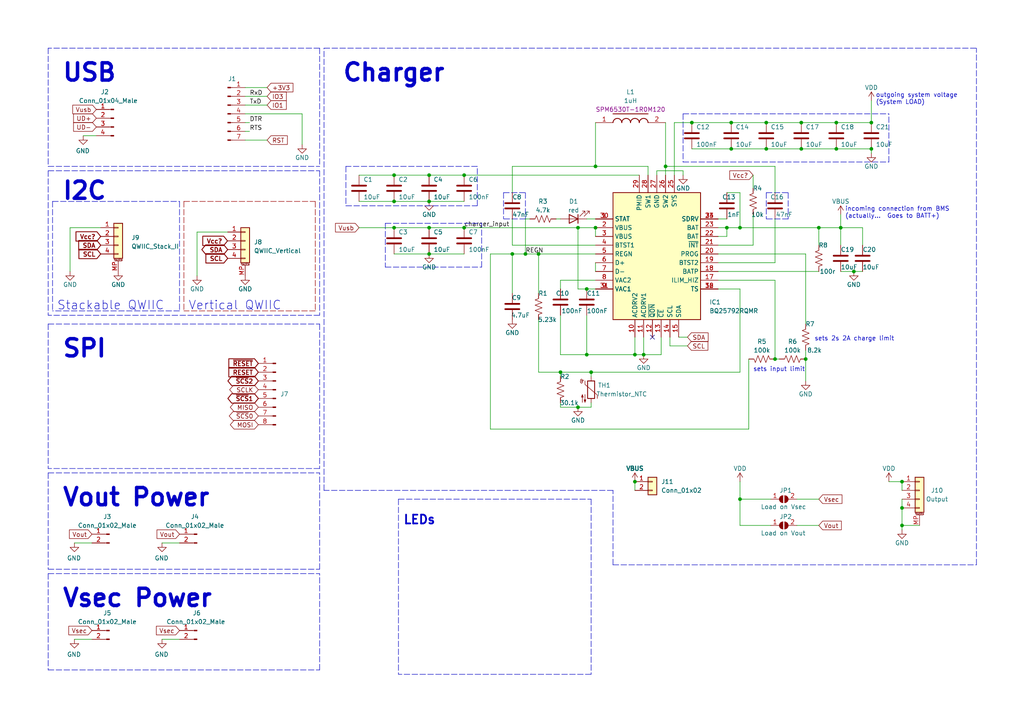
<source format=kicad_sch>
(kicad_sch (version 20211123) (generator eeschema)
  (paper "A4")
  (title_block (title "2s Li-Ion Charger") (rev "0.2.0") (company "The Nerd Mage / Austins Creations"))
  (lib_symbols
    (symbol "Austins creations:SPM6530T-1R0M120" (pin_names hide)
      (property "Reference" "L" (at 0 6.35 0))
      (property "Value" "SPM6530T-1R0M120" (at 0 3.81 0))
      (symbol "SPM6530T-1R0M120_1_1"
        (arc (start -2.54 0) (mid -3.81 1.219) (end -5.08 0) (stroke (width 0.254)))
        (arc (start 0 0) (mid -1.27 1.219) (end -2.54 0) (stroke (width 0.254)))
        (polyline (pts (xy -5.08 2.54) (xy 5.08 2.54)) (stroke (width 0.254)))
        (arc (start 2.54 0) (mid 1.27 1.219) (end 0 0) (stroke (width 0.254)))
        (arc (start 5.08 0) (mid 3.81 1.219) (end 2.54 0) (stroke (width 0.254)))
        (pin passive line (at -10.16 0 0) (length 5.08) (name "1") (number "1"))
        (pin passive line (at 10.16 0 180) (length 5.08) (name "2") (number "2"))
      )
    )
    (symbol "BQ25792RQMR:BQ25792RQMR-notpoo"
      (property "Reference" "IC1" (at 33.02 -24.13 0))
      (property "Value" "BQ25792RQMR-notpoo" (at 33.02 -26.67 0))
      (symbol "BQ25792RQMR-notpoo_1_1"
        (rectangle (start -12.7 17.78) (end 12.7 -19.05) (stroke (width 0.254)) (fill (type background)))
        (pin passive line (at -17.78 10.16 0) (length 5.08) (name "STAT") (number "1"))
        (pin passive line (at -6.35 -24.13 90) (length 5.08) (name "ACDRV2") (number "10"))
        (pin passive line (at -3.81 -24.13 90) (length 5.08) (name "ACDRV1") (number "11"))
        (pin passive line (at -1.27 -24.13 90) (length 5.08) (name "~{QON}") (number "12"))
        (pin passive line (at 1.27 -24.13 90) (length 5.08) (name "~{CE}") (number "13"))
        (pin passive line (at 3.81 -24.13 90) (length 5.08) (name "SCL") (number "14"))
        (pin passive line (at 6.35 -24.13 90) (length 5.08) (name "SDA") (number "15"))
        (pin passive line (at 17.78 -10.16 180) (length 5.08) (name "TS") (number "16"))
        (pin passive line (at 17.78 -7.62 180) (length 5.08) (name "ILIM_HIZ") (number "17"))
        (pin passive line (at 17.78 -5.08 180) (length 5.08) (name "BATP") (number "18"))
        (pin passive line (at 17.78 -2.54 180) (length 5.08) (name "BTST2") (number "19"))
        (pin passive line (at -17.78 7.62 0) (length 5.08) (name "VBUS") (number "2"))
        (pin passive line (at 17.78 0 180) (length 5.08) (name "PROG") (number "20"))
        (pin passive line (at 17.78 2.54 180) (length 5.08) (name "~{INT}") (number "21"))
        (pin passive line (at 17.78 5.08 180) (length 5.08) (name "BAT") (number "22"))
        (pin passive line (at 17.78 7.62 180) (length 5.08) (name "BAT") (number "23"))
        (pin passive line (at 17.78 10.16 180) (length 5.08) (name "SDRV") (number "24"))
        (pin passive line (at 5.08 22.86 270) (length 5.08) (name "SYS") (number "25"))
        (pin passive line (at 2.54 22.86 270) (length 5.08) (name "SW2") (number "26"))
        (pin passive line (at 0 22.86 270) (length 5.08) (name "GND") (number "27"))
        (pin passive line (at -2.54 22.86 270) (length 5.08) (name "SW1") (number "28"))
        (pin passive line (at -5.08 22.86 270) (length 5.08) (name "PMID") (number "29"))
        (pin passive line (at -17.78 5.08 0) (length 5.08) (name "VBUS") (number "3"))
        (pin passive line (at -17.78 10.16 0) (length 5.08) (name "STAT") (number "30"))
        (pin passive line (at -17.78 -10.16 0) (length 5.08) (name "VAC1") (number "31"))
        (pin passive line (at 17.78 -10.16 180) (length 5.08) (name "TS") (number "32"))
        (pin passive line (at 17.78 10.16 180) (length 5.08) (name "SDRV") (number "33"))
        (pin passive line (at -17.78 2.54 0) (length 5.08) (name "BTST1") (number "4"))
        (pin passive line (at -17.78 0 0) (length 5.08) (name "REGN") (number "5"))
        (pin passive line (at -17.78 -2.54 0) (length 5.08) (name "D+") (number "6"))
        (pin passive line (at -17.78 -5.08 0) (length 5.08) (name "D-") (number "7"))
        (pin passive line (at -17.78 -7.62 0) (length 5.08) (name "VAC2") (number "8"))
        (pin passive line (at -17.78 -10.16 0) (length 5.08) (name "VAC1") (number "9"))
      )
    )
    (symbol "Connector:Conn_01x02_Male" (pin_names (offset 1.016) hide)
      (property "Reference" "J" (at 0 2.54 0))
      (property "Value" "Conn_01x02_Male" (at 0 -5.08 0))
      (symbol "Conn_01x02_Male_1_1"
        (polyline (pts (xy 1.27 -2.54) (xy 0.8636 -2.54)) (stroke (width 0.1524)))
        (polyline (pts (xy 1.27 0) (xy 0.8636 0)) (stroke (width 0.1524)))
        (rectangle (start 0.8636 -2.413) (end 0 -2.667) (stroke (width 0.1524)) (fill (type outline)))
        (rectangle (start 0.8636 0.127) (end 0 -0.127) (stroke (width 0.1524)) (fill (type outline)))
        (pin passive line (at 5.08 0 180) (length 3.81) (name "Pin_1") (number "1"))
        (pin passive line (at 5.08 -2.54 180) (length 3.81) (name "Pin_2") (number "2"))
      )
    )
    (symbol "Connector:Conn_01x04_Male" (pin_names (offset 1.016) hide)
      (property "Reference" "J" (at 0 5.08 0))
      (property "Value" "Conn_01x04_Male" (at 0 -7.62 0))
      (symbol "Conn_01x04_Male_1_1"
        (polyline (pts (xy 1.27 -5.08) (xy 0.8636 -5.08)) (stroke (width 0.1524)))
        (polyline (pts (xy 1.27 -2.54) (xy 0.8636 -2.54)) (stroke (width 0.1524)))
        (polyline (pts (xy 1.27 0) (xy 0.8636 0)) (stroke (width 0.1524)))
        (polyline (pts (xy 1.27 2.54) (xy 0.8636 2.54)) (stroke (width 0.1524)))
        (rectangle (start 0.8636 -4.953) (end 0 -5.207) (stroke (width 0.1524)) (fill (type outline)))
        (rectangle (start 0.8636 -2.413) (end 0 -2.667) (stroke (width 0.1524)) (fill (type outline)))
        (rectangle (start 0.8636 0.127) (end 0 -0.127) (stroke (width 0.1524)) (fill (type outline)))
        (rectangle (start 0.8636 2.667) (end 0 2.413) (stroke (width 0.1524)) (fill (type outline)))
        (pin passive line (at 5.08 2.54 180) (length 3.81) (name "Pin_1") (number "1"))
        (pin passive line (at 5.08 0 180) (length 3.81) (name "Pin_2") (number "2"))
        (pin passive line (at 5.08 -2.54 180) (length 3.81) (name "Pin_3") (number "3"))
        (pin passive line (at 5.08 -5.08 180) (length 3.81) (name "Pin_4") (number "4"))
      )
    )
    (symbol "Connector:Conn_01x07_Male" (pin_names (offset 1.016) hide)
      (property "Reference" "J" (at 0 10.16 0))
      (property "Value" "Conn_01x07_Male" (at 0 -10.16 0))
      (symbol "Conn_01x07_Male_1_1"
        (polyline (pts (xy 1.27 -7.62) (xy 0.8636 -7.62)) (stroke (width 0.1524)))
        (polyline (pts (xy 1.27 -5.08) (xy 0.8636 -5.08)) (stroke (width 0.1524)))
        (polyline (pts (xy 1.27 -2.54) (xy 0.8636 -2.54)) (stroke (width 0.1524)))
        (polyline (pts (xy 1.27 0) (xy 0.8636 0)) (stroke (width 0.1524)))
        (polyline (pts (xy 1.27 2.54) (xy 0.8636 2.54)) (stroke (width 0.1524)))
        (polyline (pts (xy 1.27 5.08) (xy 0.8636 5.08)) (stroke (width 0.1524)))
        (polyline (pts (xy 1.27 7.62) (xy 0.8636 7.62)) (stroke (width 0.1524)))
        (rectangle (start 0.8636 -7.493) (end 0 -7.747) (stroke (width 0.1524)) (fill (type outline)))
        (rectangle (start 0.8636 -4.953) (end 0 -5.207) (stroke (width 0.1524)) (fill (type outline)))
        (rectangle (start 0.8636 -2.413) (end 0 -2.667) (stroke (width 0.1524)) (fill (type outline)))
        (rectangle (start 0.8636 0.127) (end 0 -0.127) (stroke (width 0.1524)) (fill (type outline)))
        (rectangle (start 0.8636 2.667) (end 0 2.413) (stroke (width 0.1524)) (fill (type outline)))
        (rectangle (start 0.8636 5.207) (end 0 4.953) (stroke (width 0.1524)) (fill (type outline)))
        (rectangle (start 0.8636 7.747) (end 0 7.493) (stroke (width 0.1524)) (fill (type outline)))
        (pin passive line (at 5.08 7.62 180) (length 3.81) (name "Pin_1") (number "1"))
        (pin passive line (at 5.08 5.08 180) (length 3.81) (name "Pin_2") (number "2"))
        (pin passive line (at 5.08 2.54 180) (length 3.81) (name "Pin_3") (number "3"))
        (pin passive line (at 5.08 0 180) (length 3.81) (name "Pin_4") (number "4"))
        (pin passive line (at 5.08 -2.54 180) (length 3.81) (name "Pin_5") (number "5"))
        (pin passive line (at 5.08 -5.08 180) (length 3.81) (name "Pin_6") (number "6"))
        (pin passive line (at 5.08 -7.62 180) (length 3.81) (name "Pin_7") (number "7"))
      )
    )
    (symbol "Connector:Conn_01x08_Male" (pin_names (offset 1.016) hide)
      (property "Reference" "J" (at 0 10.16 0))
      (property "Value" "Conn_01x08_Male" (at 0 -12.7 0))
      (symbol "Conn_01x08_Male_1_1"
        (polyline (pts (xy 1.27 -10.16) (xy 0.8636 -10.16)) (stroke (width 0.1524)))
        (polyline (pts (xy 1.27 -7.62) (xy 0.8636 -7.62)) (stroke (width 0.1524)))
        (polyline (pts (xy 1.27 -5.08) (xy 0.8636 -5.08)) (stroke (width 0.1524)))
        (polyline (pts (xy 1.27 -2.54) (xy 0.8636 -2.54)) (stroke (width 0.1524)))
        (polyline (pts (xy 1.27 0) (xy 0.8636 0)) (stroke (width 0.1524)))
        (polyline (pts (xy 1.27 2.54) (xy 0.8636 2.54)) (stroke (width 0.1524)))
        (polyline (pts (xy 1.27 5.08) (xy 0.8636 5.08)) (stroke (width 0.1524)))
        (polyline (pts (xy 1.27 7.62) (xy 0.8636 7.62)) (stroke (width 0.1524)))
        (rectangle (start 0.8636 -10.033) (end 0 -10.287) (stroke (width 0.1524)) (fill (type outline)))
        (rectangle (start 0.8636 -7.493) (end 0 -7.747) (stroke (width 0.1524)) (fill (type outline)))
        (rectangle (start 0.8636 -4.953) (end 0 -5.207) (stroke (width 0.1524)) (fill (type outline)))
        (rectangle (start 0.8636 -2.413) (end 0 -2.667) (stroke (width 0.1524)) (fill (type outline)))
        (rectangle (start 0.8636 0.127) (end 0 -0.127) (stroke (width 0.1524)) (fill (type outline)))
        (rectangle (start 0.8636 2.667) (end 0 2.413) (stroke (width 0.1524)) (fill (type outline)))
        (rectangle (start 0.8636 5.207) (end 0 4.953) (stroke (width 0.1524)) (fill (type outline)))
        (rectangle (start 0.8636 7.747) (end 0 7.493) (stroke (width 0.1524)) (fill (type outline)))
        (pin passive line (at 5.08 7.62 180) (length 3.81) (name "Pin_1") (number "1"))
        (pin passive line (at 5.08 5.08 180) (length 3.81) (name "Pin_2") (number "2"))
        (pin passive line (at 5.08 2.54 180) (length 3.81) (name "Pin_3") (number "3"))
        (pin passive line (at 5.08 0 180) (length 3.81) (name "Pin_4") (number "4"))
        (pin passive line (at 5.08 -2.54 180) (length 3.81) (name "Pin_5") (number "5"))
        (pin passive line (at 5.08 -5.08 180) (length 3.81) (name "Pin_6") (number "6"))
        (pin passive line (at 5.08 -7.62 180) (length 3.81) (name "Pin_7") (number "7"))
        (pin passive line (at 5.08 -10.16 180) (length 3.81) (name "Pin_8") (number "8"))
      )
    )
    (symbol "Connector_Generic:Conn_01x02" (pin_names (offset 1.016) hide)
      (property "Reference" "J" (at 0 2.54 0))
      (property "Value" "Conn_01x02" (at 0 -5.08 0))
      (symbol "Conn_01x02_1_1"
        (rectangle (start -1.27 -2.413) (end 0 -2.667) (stroke (width 0.1524)))
        (rectangle (start -1.27 0.127) (end 0 -0.127) (stroke (width 0.1524)))
        (rectangle (start -1.27 1.27) (end 1.27 -3.81) (stroke (width 0.254)) (fill (type background)))
        (pin passive line (at -5.08 0 0) (length 3.81) (name "Pin_1") (number "1"))
        (pin passive line (at -5.08 -2.54 0) (length 3.81) (name "Pin_2") (number "2"))
      )
    )
    (symbol "Connector_Generic_MountingPin:Conn_01x04_MountingPin" (pin_names (offset 1.016) hide)
      (property "Reference" "J" (at 0 5.08 0))
      (property "Value" "Conn_01x04_MountingPin" (at 1.27 -7.62 0))
      (symbol "Conn_01x04_MountingPin_1_1"
        (rectangle (start -1.27 -4.953) (end 0 -5.207) (stroke (width 0.1524)))
        (rectangle (start -1.27 -2.413) (end 0 -2.667) (stroke (width 0.1524)))
        (rectangle (start -1.27 0.127) (end 0 -0.127) (stroke (width 0.1524)))
        (rectangle (start -1.27 2.667) (end 0 2.413) (stroke (width 0.1524)))
        (rectangle (start -1.27 3.81) (end 1.27 -6.35) (stroke (width 0.254)) (fill (type background)))
        (polyline (pts (xy -1.016 -7.112) (xy 1.016 -7.112)) (stroke (width 0.1524)))
        (text "Mounting" (at 0 -6.731 0) (effects (font (size 0.381 0.381))))
        (pin passive line (at -5.08 2.54 0) (length 3.81) (name "Pin_1") (number "1"))
        (pin passive line (at -5.08 0 0) (length 3.81) (name "Pin_2") (number "2"))
        (pin passive line (at -5.08 -2.54 0) (length 3.81) (name "Pin_3") (number "3"))
        (pin passive line (at -5.08 -5.08 0) (length 3.81) (name "Pin_4") (number "4"))
        (pin passive line (at 0 -10.16 90) (length 3.048) (name "MountPin") (number "MP"))
      )
    )
    (symbol "Connector_QWIIC_Stackable:QWIIC_Stackable" (pin_names (offset 1.016) hide)
      (property "Reference" "J" (at 0 5.08 0))
      (property "Value" "QWIIC_Stackable" (at 1.27 -7.62 0))
      (symbol "QWIIC_Stackable_1_1"
        (rectangle (start -1.27 -4.953) (end 0 -5.207) (stroke (width 0.1524)))
        (rectangle (start -1.27 -2.413) (end 0 -2.667) (stroke (width 0.1524)))
        (rectangle (start -1.27 0.127) (end 0 -0.127) (stroke (width 0.1524)))
        (rectangle (start -1.27 2.667) (end 0 2.413) (stroke (width 0.1524)))
        (rectangle (start -1.27 3.81) (end 1.27 -6.35) (stroke (width 0.254)) (fill (type background)))
        (polyline (pts (xy -1.016 -7.112) (xy 1.016 -7.112)) (stroke (width 0.1524)))
        (text "Mounting" (at 0 -6.731 0) (effects (font (size 0.381 0.381))))
        (pin passive line (at -5.08 2.54 0) (length 3.81) (name "Pin_1") (number "1"))
        (pin passive line (at -5.08 0 0) (length 3.81) (name "Pin_2") (number "2"))
        (pin passive line (at -5.08 -2.54 0) (length 3.81) (name "Pin_3") (number "3"))
        (pin passive line (at -5.08 -5.08 0) (length 3.81) (name "Pin_4") (number "4"))
        (pin passive line (at 0 -10.16 90) (length 3.048) (name "MountPin") (number "MP"))
      )
    )
    (symbol "Device:C" (pin_numbers hide) (pin_names (offset 0.254))
      (property "Reference" "C" (at 0.635 2.54 0))
      (property "Value" "C" (at 0.635 -2.54 0))
      (symbol "C_0_1"
        (polyline (pts (xy -2.032 -0.762) (xy 2.032 -0.762)) (stroke (width 0.508)))
        (polyline (pts (xy -2.032 0.762) (xy 2.032 0.762)) (stroke (width 0.508)))
      )
      (symbol "C_1_1"
        (pin passive line (at 0 3.81 270) (length 2.794) (name "~") (number "1"))
        (pin passive line (at 0 -3.81 90) (length 2.794) (name "~") (number "2"))
      )
    )
    (symbol "Device:LED" (pin_numbers hide) (pin_names (offset 1.016) hide)
      (property "Reference" "D" (at 0 2.54 0))
      (property "Value" "LED" (at 0 -2.54 0))
      (symbol "LED_0_1"
        (polyline (pts (xy -1.27 -1.27) (xy -1.27 1.27)) (stroke (width 0.254)))
        (polyline (pts (xy -1.27 0) (xy 1.27 0)))
        (polyline (pts (xy 1.27 -1.27) (xy 1.27 1.27) (xy -1.27 0) (xy 1.27 -1.27)) (stroke (width 0.254)))
        (polyline (pts (xy -3.048 -0.762) (xy -4.572 -2.286) (xy -3.81 -2.286) (xy -4.572 -2.286) (xy -4.572 -1.524)))
        (polyline (pts (xy -1.778 -0.762) (xy -3.302 -2.286) (xy -2.54 -2.286) (xy -3.302 -2.286) (xy -3.302 -1.524)))
      )
      (symbol "LED_1_1"
        (pin passive line (at -3.81 0 0) (length 2.54) (name "K") (number "1"))
        (pin passive line (at 3.81 0 180) (length 2.54) (name "A") (number "2"))
      )
    )
    (symbol "Device:R_US" (pin_numbers hide) (pin_names (offset 0))
      (property "Reference" "R" (at 2.54 0 90))
      (property "Value" "R_US" (at -2.54 0 90))
      (symbol "R_US_0_1"
        (polyline (pts (xy 0 -2.286) (xy 0 -2.54)))
        (polyline (pts (xy 0 2.286) (xy 0 2.54)))
        (polyline (pts (xy 0 -0.762) (xy 1.016 -1.143) (xy 0 -1.524) (xy -1.016 -1.905) (xy 0 -2.286)))
        (polyline (pts (xy 0 0.762) (xy 1.016 0.381) (xy 0 0) (xy -1.016 -0.381) (xy 0 -0.762)))
        (polyline (pts (xy 0 2.286) (xy 1.016 1.905) (xy 0 1.524) (xy -1.016 1.143) (xy 0 0.762)))
      )
      (symbol "R_US_1_1"
        (pin passive line (at 0 3.81 270) (length 1.27) (name "~") (number "1"))
        (pin passive line (at 0 -3.81 90) (length 1.27) (name "~") (number "2"))
      )
    )
    (symbol "Device:Thermistor_NTC" (pin_numbers hide) (pin_names (offset 0))
      (property "Reference" "TH" (at -4.445 0 90))
      (property "Value" "Thermistor_NTC" (at 3.175 0 90))
      (symbol "Thermistor_NTC_0_1"
        (arc (start -3.048 2.159) (mid -3.0495 2.3143) (end -3.175 2.413))
        (arc (start -3.048 2.159) (mid -2.9736 1.9794) (end -2.794 1.905))
        (arc (start -3.048 2.794) (mid -2.9736 2.6144) (end -2.794 2.54))
        (arc (start -2.794 1.905) (mid -2.6144 1.9794) (end -2.54 2.159))
        (arc (start -2.794 2.54) (mid -2.4393 2.5587) (end -2.159 2.794))
        (arc (start -2.794 3.048) (mid -2.9736 2.9736) (end -3.048 2.794))
        (arc (start -2.54 2.794) (mid -2.6144 2.9736) (end -2.794 3.048))
        (rectangle (start -1.016 2.54) (end 1.016 -2.54) (stroke (width 0.254)))
        (polyline (pts (xy -2.54 2.159) (xy -2.54 2.794)))
        (polyline (pts (xy -1.778 2.54) (xy -1.778 1.524) (xy 1.778 -1.524) (xy 1.778 -2.54)))
        (polyline (pts (xy -2.54 -3.683) (xy -2.54 -1.397) (xy -2.794 -2.159) (xy -2.286 -2.159) (xy -2.54 -1.397) (xy -2.54 -1.651)) (fill (type outline)))
        (polyline (pts (xy -1.778 -1.397) (xy -1.778 -3.683) (xy -2.032 -2.921) (xy -1.524 -2.921) (xy -1.778 -3.683) (xy -1.778 -3.429)) (fill (type outline)))
      )
      (symbol "Thermistor_NTC_1_1"
        (pin passive line (at 0 3.81 270) (length 1.27) (name "~") (number "1"))
        (pin passive line (at 0 -3.81 90) (length 1.27) (name "~") (number "2"))
      )
    )
    (symbol "Jumper:SolderJumper_2_Open" (pin_names (offset 0) hide)
      (property "Reference" "JP" (at 0 2.032 0))
      (property "Value" "SolderJumper_2_Open" (at 0 -2.54 0))
      (symbol "SolderJumper_2_Open_0_1"
        (arc (start -0.254 1.016) (mid -1.27 0) (end -0.254 -1.016))
        (arc (start -0.254 1.016) (mid -1.27 0) (end -0.254 -1.016) (fill (type outline)))
        (polyline (pts (xy -0.254 1.016) (xy -0.254 -1.016)))
        (polyline (pts (xy 0.254 1.016) (xy 0.254 -1.016)))
        (arc (start 0.254 -1.016) (mid 1.27 0) (end 0.254 1.016))
        (arc (start 0.254 -1.016) (mid 1.27 0) (end 0.254 1.016) (fill (type outline)))
      )
      (symbol "SolderJumper_2_Open_1_1"
        (pin passive line (at -3.81 0 0) (length 2.54) (name "A") (number "1"))
        (pin passive line (at 3.81 0 180) (length 2.54) (name "B") (number "2"))
      )
    )
    (symbol "power:GND" (power) (pin_names (offset 0))
      (property "Value" "GND" (at 0 -3.81 0))
      (symbol "GND_0_1"
        (polyline (pts (xy 0 0) (xy 0 -1.27) (xy 1.27 -1.27) (xy 0 -2.54) (xy -1.27 -1.27) (xy 0 -1.27)))
      )
      (symbol "GND_1_1"
        (pin power_in line (at 0 0 270) (length 0) hide (name "GND") (number "1"))
      )
    )
    (symbol "power:VBUS" (power) (pin_names (offset 0))
      (property "Value" "VBUS" (at 0 3.81 0))
      (symbol "VBUS_0_1"
        (polyline (pts (xy -0.762 1.27) (xy 0 2.54)))
        (polyline (pts (xy 0 0) (xy 0 2.54)))
        (polyline (pts (xy 0 2.54) (xy 0.762 1.27)))
      )
      (symbol "VBUS_1_1"
        (pin power_in line (at 0 0 90) (length 0) hide (name "VBUS") (number "1"))
      )
    )
    (symbol "power:VDD" (power) (pin_names (offset 0))
      (property "Value" "VDD" (at 0 3.81 0))
      (symbol "VDD_0_1"
        (polyline (pts (xy -0.762 1.27) (xy 0 2.54)))
        (polyline (pts (xy 0 0) (xy 0 2.54)))
        (polyline (pts (xy 0 2.54) (xy 0.762 1.27)))
      )
      (symbol "VDD_1_1"
        (pin power_in line (at 0 0 90) (length 0) hide (name "VDD") (number "1"))
      )
    )
  )
  (junction (at 114.3 58.42))
  (junction (at 167.64 66.04))
  (junction (at 124.46 50.8))
  (junction (at 242.57 35.56))
  (junction (at 156.21 73.66))
  (junction (at 134.62 50.8))
  (junction (at 200.66 35.56))
  (junction (at 224.79 104.14))
  (junction (at 114.3 66.04))
  (junction (at 162.56 107.95))
  (junction (at 170.18 83.82))
  (junction (at 172.72 48.26))
  (junction (at 184.15 139.7))
  (junction (at 242.57 43.18))
  (junction (at 261.62 152.4))
  (junction (at 252.73 43.18))
  (junction (at 148.59 73.66))
  (junction (at 172.72 66.04))
  (junction (at 184.15 102.87))
  (junction (at 261.62 147.32))
  (junction (at 247.65 78.74))
  (junction (at 222.25 43.18))
  (junction (at 170.18 102.87))
  (junction (at 222.25 35.56))
  (junction (at 212.09 43.18))
  (junction (at 114.3 50.8))
  (junction (at 152.4 73.66))
  (junction (at 232.41 35.56))
  (junction (at 124.46 66.04))
  (junction (at 171.45 107.95))
  (junction (at 134.62 66.04))
  (junction (at 214.63 144.78))
  (junction (at 124.46 58.42))
  (junction (at 186.69 102.87))
  (junction (at 243.84 66.04))
  (junction (at 237.49 66.04))
  (junction (at 193.04 48.26))
  (junction (at 214.63 66.04))
  (junction (at 167.64 118.11))
  (junction (at 233.68 104.14))
  (junction (at 210.82 66.04))
  (junction (at 124.46 73.66))
  (junction (at 261.62 139.7))
  (junction (at 232.41 43.18))
  (junction (at 212.09 35.56))
  (junction (at 252.73 35.56))
  (no_connect (at 189.23 97.79))
  (wire (pts (xy 224.79 104.14) (xy 226.06 104.14)))
  (wire (pts (xy 104.14 58.42) (xy 114.3 58.42)))
  (wire (pts (xy 148.59 48.26) (xy 148.59 55.88)))
  (wire (pts (xy 114.3 50.8) (xy 124.46 50.8)))
  (polyline (pts (xy 146.05 55.88) (xy 152.4 55.88)))
  (wire (pts (xy 162.56 107.95) (xy 162.56 109.22)))
  (wire (pts (xy 252.73 29.21) (xy 252.73 35.56)))
  (polyline (pts (xy 115.57 144.78) (xy 171.45 144.78)))
  (wire (pts (xy 194.31 100.33) (xy 199.39 100.33)))
  (wire (pts (xy 156.21 107.95) (xy 162.56 107.95)))
  (wire (pts (xy 71.12 25.4) (xy 77.47 25.4)))
  (polyline (pts (xy 198.12 46.99) (xy 257.81 46.99)))
  (wire (pts (xy 104.14 66.04) (xy 114.3 66.04)))
  (wire (pts (xy 224.79 81.28) (xy 208.28 81.28)))
  (wire (pts (xy 148.59 73.66) (xy 152.4 73.66)))
  (polyline (pts (xy 152.4 63.5) (xy 146.05 63.5)))
  (wire (pts (xy 170.18 91.44) (xy 170.18 102.87)))
  (wire (pts (xy 148.59 73.66) (xy 148.59 85.09)))
  (polyline (pts (xy 198.12 33.02) (xy 198.12 46.99)))
  (wire (pts (xy 162.56 116.84) (xy 162.56 118.11)))
  (wire (pts (xy 152.4 63.5) (xy 153.67 63.5)))
  (polyline (pts (xy 13.97 194.31) (xy 92.71 194.31)))
  (wire (pts (xy 214.63 55.88) (xy 214.63 66.04)))
  (polyline (pts (xy 115.57 144.78) (xy 115.57 195.58)))
  (polyline (pts (xy 257.81 46.99) (xy 257.81 33.02)))
  (wire (pts (xy 214.63 152.4) (xy 223.52 152.4)))
  (polyline (pts (xy 92.71 194.31) (xy 92.71 166.37)))
  (polyline (pts (xy 92.71 91.44) (xy 13.97 91.44)))
  (wire (pts (xy 214.63 83.82) (xy 214.63 107.95)))
  (wire (pts (xy 193.04 48.26) (xy 193.04 50.8)))
  (wire (pts (xy 214.63 144.78) (xy 223.52 144.78)))
  (polyline (pts (xy 53.34 58.42) (xy 91.44 58.42)) (stroke (width 0) (color 155 0 0 1)))
  (wire (pts (xy 124.46 50.8) (xy 134.62 50.8)))
  (wire (pts (xy 134.62 66.04) (xy 167.64 66.04)))
  (wire (pts (xy 71.12 30.48) (xy 77.47 30.48)))
  (wire (pts (xy 171.45 107.95) (xy 214.63 107.95)))
  (wire (pts (xy 142.24 73.66) (xy 148.59 73.66)))
  (wire (pts (xy 214.63 139.7) (xy 214.63 144.78)))
  (wire (pts (xy 167.64 118.11) (xy 171.45 118.11)))
  (polyline (pts (xy 198.12 33.02) (xy 257.81 33.02)))
  (wire (pts (xy 156.21 73.66) (xy 172.72 73.66)))
  (wire (pts (xy 124.46 66.04) (xy 134.62 66.04)))
  (wire (pts (xy 156.21 92.71) (xy 156.21 107.95)))
  (wire (pts (xy 243.84 66.04) (xy 237.49 66.04)))
  (polyline (pts (xy 111.76 64.77) (xy 111.76 77.47)))
  (wire (pts (xy 29.21 66.04) (xy 20.32 66.04)))
  (wire (pts (xy 232.41 35.56) (xy 242.57 35.56)))
  (polyline (pts (xy 138.43 59.69) (xy 138.43 48.26)))
  (wire (pts (xy 194.31 97.79) (xy 194.31 100.33)))
  (polyline (pts (xy 100.33 48.26) (xy 100.33 59.69)))
  (wire (pts (xy 233.68 104.14) (xy 233.68 101.6)))
  (polyline (pts (xy 53.34 58.42) (xy 53.34 90.17)) (stroke (width 0) (color 155 0 0 1)))
  (wire (pts (xy 167.64 83.82) (xy 167.64 66.04)))
  (wire (pts (xy 162.56 91.44) (xy 162.56 102.87)))
  (polyline (pts (xy 13.97 49.53) (xy 92.71 49.53)))
  (polyline (pts (xy 13.97 166.37) (xy 92.71 166.37)))
  (wire (pts (xy 196.85 97.79) (xy 199.39 97.79)))
  (wire (pts (xy 187.96 50.8) (xy 187.96 48.26)))
  (wire (pts (xy 114.3 58.42) (xy 124.46 58.42)))
  (wire (pts (xy 214.63 144.78) (xy 214.63 152.4)))
  (wire (pts (xy 232.41 43.18) (xy 242.57 43.18)))
  (wire (pts (xy 172.72 76.2) (xy 172.72 78.74)))
  (polyline (pts (xy 92.71 93.98) (xy 92.71 135.89)))
  (wire (pts (xy 233.68 104.14) (xy 233.68 110.49)))
  (wire (pts (xy 208.28 63.5) (xy 210.82 63.5)))
  (polyline (pts (xy 171.45 195.58) (xy 115.57 195.58)))
  (wire (pts (xy 214.63 83.82) (xy 208.28 83.82)))
  (polyline (pts (xy 15.24 58.42) (xy 52.07 58.42)))
  (wire (pts (xy 224.79 63.5) (xy 224.79 76.2)))
  (wire (pts (xy 210.82 66.04) (xy 210.82 68.58)))
  (wire (pts (xy 27.94 39.37) (xy 24.13 39.37)))
  (wire (pts (xy 250.19 66.04) (xy 250.19 71.12)))
  (wire (pts (xy 208.28 73.66) (xy 233.68 73.66)))
  (wire (pts (xy 231.14 152.4) (xy 237.49 152.4)))
  (wire (pts (xy 104.14 50.8) (xy 114.3 50.8)))
  (wire (pts (xy 261.62 139.7) (xy 261.62 142.24)))
  (wire (pts (xy 186.69 97.79) (xy 186.69 102.87)))
  (polyline (pts (xy 93.98 142.24) (xy 93.98 13.97)))
  (wire (pts (xy 156.21 73.66) (xy 156.21 85.09)))
  (polyline (pts (xy 92.71 13.97) (xy 13.97 13.97)))
  (wire (pts (xy 261.62 144.78) (xy 261.62 147.32)))
  (wire (pts (xy 152.4 63.5) (xy 152.4 73.66)))
  (wire (pts (xy 243.84 71.12) (xy 243.84 66.04)))
  (wire (pts (xy 208.28 76.2) (xy 224.79 76.2)))
  (wire (pts (xy 247.65 78.74) (xy 250.19 78.74)))
  (wire (pts (xy 224.79 81.28) (xy 224.79 104.14)))
  (wire (pts (xy 224.79 48.26) (xy 224.79 55.88)))
  (polyline (pts (xy 152.4 55.88) (xy 152.4 63.5)))
  (polyline (pts (xy 91.44 58.42) (xy 91.44 90.17)) (stroke (width 0) (color 155 0 0 1)))
  (wire (pts (xy 66.04 69.85) (xy 65.9851 69.8684)))
  (polyline (pts (xy 15.24 58.42) (xy 15.24 90.17)))
  (wire (pts (xy 71.12 40.64) (xy 77.47 40.64)))
  (polyline (pts (xy 93.98 13.97) (xy 283.21 13.97)))
  (polyline (pts (xy 177.8 142.24) (xy 93.98 142.24)))
  (wire (pts (xy 124.46 58.42) (xy 134.62 58.42)))
  (wire (pts (xy 172.72 35.56) (xy 172.72 48.26)))
  (wire (pts (xy 87.63 33.02) (xy 71.12 33.02)))
  (polyline (pts (xy 13.97 137.16) (xy 13.97 165.1)))
  (polyline (pts (xy 92.71 49.53) (xy 92.71 91.44)))
  (wire (pts (xy 212.09 35.56) (xy 222.25 35.56)))
  (wire (pts (xy 46.99 157.48) (xy 52.07 157.48)))
  (wire (pts (xy 134.62 50.8) (xy 185.42 50.8)))
  (wire (pts (xy 142.24 73.66) (xy 142.24 124.46)))
  (wire (pts (xy 191.77 102.87) (xy 186.69 102.87)))
  (wire (pts (xy 252.73 43.18) (xy 252.73 44.45)))
  (wire (pts (xy 243.84 78.74) (xy 247.65 78.74)))
  (wire (pts (xy 210.82 66.04) (xy 214.63 66.04)))
  (wire (pts (xy 190.5 50.8) (xy 190.5 49.53)))
  (wire (pts (xy 21.59 157.48) (xy 26.67 157.48)))
  (wire (pts (xy 193.04 35.56) (xy 193.04 48.26)))
  (wire (pts (xy 71.12 38.1) (xy 72.39 38.1)))
  (polyline (pts (xy 177.8 163.83) (xy 177.8 142.24)))
  (wire (pts (xy 170.18 63.5) (xy 172.72 63.5)))
  (polyline (pts (xy 228.6 63.5) (xy 222.25 63.5)))
  (polyline (pts (xy 146.05 55.88) (xy 146.05 63.5)))
  (wire (pts (xy 148.59 63.5) (xy 148.59 71.12)))
  (wire (pts (xy 172.72 66.04) (xy 172.72 68.58)))
  (polyline (pts (xy 13.97 93.98) (xy 92.71 93.98)))
  (wire (pts (xy 217.17 104.14) (xy 217.17 124.46)))
  (polyline (pts (xy 138.43 48.26) (xy 100.33 48.26)))
  (wire (pts (xy 71.12 27.94) (xy 77.47 27.94)))
  (wire (pts (xy 57.15 67.31) (xy 57.15 80.01)))
  (polyline (pts (xy 13.97 166.37) (xy 13.97 194.31)))
  (polyline (pts (xy 91.44 90.17) (xy 53.34 90.17)) (stroke (width 0) (color 155 0 0 1)))
  (wire (pts (xy 162.56 81.28) (xy 172.72 81.28)))
  (wire (pts (xy 261.62 152.4) (xy 261.62 153.67)))
  (polyline (pts (xy 139.7 77.47) (xy 139.7 64.77)))
  (wire (pts (xy 198.12 49.53) (xy 198.12 50.8)))
  (polyline (pts (xy 13.97 13.97) (xy 13.97 48.26)))
  (wire (pts (xy 266.7 152.4) (xy 261.62 152.4)))
  (wire (pts (xy 114.3 73.66) (xy 124.46 73.66)))
  (polyline (pts (xy 222.25 55.88) (xy 228.6 55.88)))
  (wire (pts (xy 184.15 97.79) (xy 184.15 102.87)))
  (wire (pts (xy 214.63 55.88) (xy 210.82 55.88)))
  (wire (pts (xy 46.99 185.42) (xy 52.07 185.42)))
  (wire (pts (xy 250.19 66.04) (xy 243.84 66.04)))
  (wire (pts (xy 222.25 35.56) (xy 232.41 35.56)))
  (polyline (pts (xy 228.6 55.88) (xy 228.6 63.5)))
  (polyline (pts (xy 13.97 137.16) (xy 92.71 137.16)))
  (wire (pts (xy 200.66 43.18) (xy 212.09 43.18)))
  (polyline (pts (xy 52.07 90.17) (xy 15.24 90.17)))
  (wire (pts (xy 161.29 63.5) (xy 162.56 63.5)))
  (wire (pts (xy 208.28 71.12) (xy 218.44 71.12)))
  (polyline (pts (xy 100.33 59.69) (xy 138.43 59.69)))
  (wire (pts (xy 66.04 67.31) (xy 57.15 67.31)))
  (wire (pts (xy 167.64 66.04) (xy 172.72 66.04)))
  (wire (pts (xy 171.45 118.11) (xy 171.45 116.84)))
  (wire (pts (xy 162.56 83.82) (xy 162.56 81.28)))
  (wire (pts (xy 208.28 68.58) (xy 210.82 68.58)))
  (wire (pts (xy 191.77 97.79) (xy 191.77 102.87)))
  (wire (pts (xy 214.63 66.04) (xy 237.49 66.04)))
  (wire (pts (xy 208.28 66.04) (xy 210.82 66.04)))
  (wire (pts (xy 87.63 41.91) (xy 87.63 33.02)))
  (polyline (pts (xy 52.07 58.42) (xy 52.07 90.17)))
  (wire (pts (xy 172.72 83.82) (xy 170.18 83.82)))
  (wire (pts (xy 114.3 66.04) (xy 124.46 66.04)))
  (polyline (pts (xy 177.8 163.83) (xy 283.21 163.83)))
  (wire (pts (xy 172.72 71.12) (xy 148.59 71.12)))
  (wire (pts (xy 200.66 35.56) (xy 195.58 35.56)))
  (wire (pts (xy 231.14 144.78) (xy 237.49 144.78)))
  (wire (pts (xy 243.84 62.23) (xy 243.84 66.04)))
  (polyline (pts (xy 92.71 165.1) (xy 92.71 137.16)))
  (wire (pts (xy 170.18 102.87) (xy 184.15 102.87)))
  (wire (pts (xy 222.25 43.18) (xy 232.41 43.18)))
  (wire (pts (xy 20.32 66.04) (xy 20.32 78.74)))
  (wire (pts (xy 242.57 35.56) (xy 252.73 35.56)))
  (wire (pts (xy 233.68 73.66) (xy 233.68 93.98)))
  (wire (pts (xy 195.58 35.56) (xy 195.58 50.8)))
  (polyline (pts (xy 111.76 64.77) (xy 139.7 64.77)))
  (wire (pts (xy 261.62 147.32) (xy 261.62 152.4)))
  (wire (pts (xy 218.44 62.23) (xy 218.44 71.12)))
  (polyline (pts (xy 222.25 55.88) (xy 222.25 63.5)))
  (wire (pts (xy 162.56 118.11) (xy 167.64 118.11)))
  (wire (pts (xy 170.18 83.82) (xy 167.64 83.82)))
  (polyline (pts (xy 92.71 13.97) (xy 92.71 48.26)))
  (wire (pts (xy 242.57 43.18) (xy 252.73 43.18)))
  (wire (pts (xy 162.56 102.87) (xy 170.18 102.87)))
  (polyline (pts (xy 171.45 144.78) (xy 171.45 195.58)))
  (wire (pts (xy 124.46 73.66) (xy 134.62 73.66)))
  (wire (pts (xy 257.81 139.7) (xy 261.62 139.7)))
  (wire (pts (xy 190.5 49.53) (xy 198.12 49.53)))
  (wire (pts (xy 171.45 107.95) (xy 171.45 109.22)))
  (wire (pts (xy 184.15 102.87) (xy 186.69 102.87)))
  (wire (pts (xy 184.15 139.7) (xy 184.15 142.24)))
  (wire (pts (xy 152.4 73.66) (xy 156.21 73.66)))
  (wire (pts (xy 217.17 124.46) (xy 142.24 124.46)))
  (polyline (pts (xy 13.97 93.98) (xy 13.97 135.89)))
  (wire (pts (xy 237.49 66.04) (xy 237.49 71.12)))
  (wire (pts (xy 71.12 35.56) (xy 72.39 35.56)))
  (polyline (pts (xy 283.21 163.83) (xy 283.21 13.97)))
  (polyline (pts (xy 13.97 48.26) (xy 92.71 48.26)))
  (wire (pts (xy 208.28 78.74) (xy 237.49 78.74)))
  (wire (pts (xy 172.72 48.26) (xy 187.96 48.26)))
  (polyline (pts (xy 13.97 165.1) (xy 92.71 165.1)))
  (wire (pts (xy 212.09 43.18) (xy 222.25 43.18)))
  (wire (pts (xy 162.56 107.95) (xy 171.45 107.95)))
  (wire (pts (xy 193.04 48.26) (xy 224.79 48.26)))
  (polyline (pts (xy 92.71 135.89) (xy 13.97 135.89)))
  (wire (pts (xy 21.59 185.42) (xy 26.67 185.42)))
  (wire (pts (xy 148.59 48.26) (xy 172.72 48.26)))
  (wire (pts (xy 200.66 35.56) (xy 212.09 35.56)))
  (wire (pts (xy 218.44 50.8) (xy 218.44 54.61)))
  (polyline (pts (xy 111.76 77.47) (xy 139.7 77.47)))
  (polyline (pts (xy 13.97 49.53) (xy 13.97 91.44)))
  (text "Vout Power" (at 17.78 147.32 0) (effects (font (size 5 5) (thickness 1) bold) (justify left bottom)))
  (text "I2C" (at 17.78 58.42 0) (effects (font (size 5 5) (thickness 1) bold) (justify left bottom)))
  (text "Stackable QWIIC" (at 16.51 90.17 0) (effects (font (size 2.54 2.54)) (justify left bottom)))
  (text "incoming connection from BMS\n(actually...  Goes to BATT+)" (at 245.11 63.5 0) (effects (font (size 1.27 1.27)) (justify left bottom)))
  (text "sets 2s 2A charge limit" (at 236.22 99.06 0) (effects (font (size 1.27 1.27)) (justify left bottom)))
  (text "SPI" (at 17.78 104.14 0) (effects (font (size 5 5) (thickness 1) bold) (justify left bottom)))
  (text "Vsec Power" (at 17.78 176.53 0) (effects (font (size 5 5) (thickness 1) bold) (justify left bottom)))
  (text "USB" (at 17.78 24.13 0) (effects (font (size 5 5) (thickness 1) bold) (justify left bottom)))
  (text "outgoing system voltage\n(System LOAD)" (at 254 30.48 0) (effects (font (size 1.27 1.27)) (justify left bottom)))
  (text "sets input limit" (at 218.44 107.95 0) (effects (font (size 1.27 1.27)) (justify left bottom)))
  (text "Vertical QWIIC" (at 54.61 90.17 0) (effects (font (size 2.54 2.54)) (justify left bottom)))
  (text "Charger" (at 99.06 24.13 0) (effects (font (size 5 5) (thickness 1) bold) (justify left bottom)))
  (text "LEDs" (at 116.84 152.4 180) (effects (font (size 2.54 2.54) (thickness 0.508) bold) (justify left bottom)))
  (label "REGN" (at 152.4 73.66 0))
  (label "TxD" (at 72.39 30.48 0))
  (label "charger_input" (at 134.62 66.04 0))
  (label "DTR" (at 72.39 35.56 0))
  (label "RTS" (at 72.39 38.1 0))
  (label "RxD" (at 72.39 27.94 0))
  (global_label "Vcc?" (shape input) (at 29.21 68.58 180) (effects (font (thickness 0.254) bold)) (property "Intersheet References" "${INTERSHEET_REFS}" (effects hide)))
  (global_label "Vusb" (shape input) (at 27.94 31.75 180) (property "Intersheet References" "${INTERSHEET_REFS}" (effects hide)))
  (global_label "SCL" (shape input) (at 66.04 74.93 180) (effects (font (thickness 0.254) bold)) (property "Intersheet References" "${INTERSHEET_REFS}" (effects hide)))
  (global_label "~{SCS}0" (shape bidirectional) (at 74.93 120.65 180) (property "Intersheet References" "${INTERSHEET_REFS}" (effects hide)))
  (global_label "SDA" (shape bidirectional) (at 66.04 72.39 180) (effects (font bold)) (property "Intersheet References" "${INTERSHEET_REFS}" (effects hide)))
  (global_label "Vout" (shape input) (at 26.67 154.94 180) (property "Intersheet References" "${INTERSHEET_REFS}" (effects hide)))
  (global_label "MOSI" (shape bidirectional) (at 74.93 123.19 180) (property "Intersheet References" "${INTERSHEET_REFS}" (effects hide)))
  (global_label "Vsec" (shape input) (at 237.49 144.78 0) (property "Intersheet References" "${INTERSHEET_REFS}" (effects hide)))
  (global_label "Vcc?" (shape input) (at 218.44 50.8 180) (property "Intersheet References" "${INTERSHEET_REFS}" (effects hide)))
  (global_label "IO3" (shape input) (at 77.47 27.94 0) (property "Intersheet References" "${INTERSHEET_REFS}" (effects hide)))
  (global_label "SDA" (shape input) (at 199.39 97.79 0) (property "Intersheet References" "${INTERSHEET_REFS}" (effects hide)))
  (global_label "Vout" (shape input) (at 52.07 154.94 180) (property "Intersheet References" "${INTERSHEET_REFS}" (effects hide)))
  (global_label "Vsec" (shape input) (at 26.67 182.88 180) (property "Intersheet References" "${INTERSHEET_REFS}" (effects hide)))
  (global_label "IO1" (shape input) (at 77.47 30.48 0) (property "Intersheet References" "${INTERSHEET_REFS}" (effects hide)))
  (global_label "UD-" (shape input) (at 27.94 36.83 180) (property "Intersheet References" "${INTERSHEET_REFS}" (effects hide)))
  (global_label "~{RESET}" (shape input) (at 74.93 105.41 180) (effects (font (thickness 0.254) bold)) (property "Intersheet References" "${INTERSHEET_REFS}" (effects hide)))
  (global_label "SCLK" (shape bidirectional) (at 74.93 113.03 180) (property "Intersheet References" "${INTERSHEET_REFS}" (effects hide)))
  (global_label "Vusb" (shape input) (at 104.14 66.04 180) (property "Intersheet References" "${INTERSHEET_REFS}" (effects hide)))
  (global_label "SCL" (shape input) (at 199.39 100.33 0) (property "Intersheet References" "${INTERSHEET_REFS}" (effects hide)))
  (global_label "Vout" (shape input) (at 237.49 152.4 0) (property "Intersheet References" "${INTERSHEET_REFS}" (effects hide)))
  (global_label "SDA" (shape input) (at 29.21 71.12 180) (effects (font bold)) (property "Intersheet References" "${INTERSHEET_REFS}" (effects hide)))
  (global_label "Vcc?" (shape input) (at 65.9851 69.8684 180) (effects (font (thickness 0.254) bold)) (property "Intersheet References" "${INTERSHEET_REFS}" (effects hide)))
  (global_label "~{SCS}2" (shape bidirectional) (at 74.93 110.49 180) (effects (font (thickness 0.254) bold)) (property "Intersheet References" "${INTERSHEET_REFS}" (effects hide)))
  (global_label "+3V3" (shape input) (at 77.47 25.4 0) (property "Intersheet References" "${INTERSHEET_REFS}" (effects hide)))
  (global_label "~{SCS}1" (shape bidirectional) (at 74.93 115.57 180) (effects (font (thickness 0.254) bold)) (property "Intersheet References" "${INTERSHEET_REFS}" (effects hide)))
  (global_label "SCL" (shape input) (at 29.21 73.66 180) (effects (font (thickness 0.254) bold)) (property "Intersheet References" "${INTERSHEET_REFS}" (effects hide)))
  (global_label "MISO" (shape bidirectional) (at 74.93 118.11 180) (property "Intersheet References" "${INTERSHEET_REFS}" (effects hide)))
  (global_label "Vsec" (shape input) (at 52.07 182.88 180) (property "Intersheet References" "${INTERSHEET_REFS}" (effects hide)))
  (global_label "RESET" (shape input) (at 74.93 107.95 180) (effects (font (thickness 0.254) bold)) (property "Intersheet References" "${INTERSHEET_REFS}" (effects hide)))
  (global_label "UD+" (shape input) (at 27.94 34.29 180) (property "Intersheet References" "${INTERSHEET_REFS}" (effects hide)))
  (global_label "RST" (shape input) (at 77.47 40.64 0) (property "Intersheet References" "${INTERSHEET_REFS}" (effects hide)))
  (symbol (lib_id "Connector_Generic:Conn_01x02") (at 189.23 139.7 0) (unit 1)
    (property "Reference" "J11" (at 191.77 139.6999 0) (effects (justify left)))
    (property "Value" "Conn_01x02" (at 191.77 142.2399 0) (effects (justify left)))
    (property "Footprint" "Connector_PinSocket_1.27mm:PinSocket_1x02_P1.27mm_Vertical" (effects hide))
  )
  (symbol (lib_id "power:GND") (at 261.62 153.67 0) (unit 1)
    (property "Reference" "#PWR0113" (effects hide))
    (property "Value" "GND" (at 261.62 157.48 0))
  )
  (symbol (lib_id "Austins creations:SPM6530T-1R0M120") (at 182.88 35.56 0) (unit 1)
    (property "Reference" "L1" (at 182.88 26.67 0))
    (property "Value" "1uH" (at 182.88 29.21 0))
    (property "Footprint" "Tinker:SPM6530_TDK" (effects hide))
    (property "Mouser" "810-SPM6530T-1R0M120" (effects hide))
    (property "info" "SPM6530T-1R0M120" (at 182.88 31.75 0))
  )
  (symbol (lib_id "power:GND") (at 124.46 58.42 0) (unit 1)
    (property "Reference" "#PWR0109" (effects hide))
    (property "Value" "GND" (at 124.46 62.23 0))
  )
  (symbol (lib_id "Device:R_US") (at 220.98 104.14 270) (mirror x) (unit 1)
    (property "Reference" "R5" (at 220.98 99.06 90))
    (property "Value" "100k" (at 220.98 101.6 90))
    (property "Footprint" "Resistor_SMD:R_0603_1608Metric" (effects hide))
  )
  (symbol (lib_id "Device:C") (at 134.62 69.85 180) (unit 1)
    (property "Reference" "C7" (at 135.89 67.31 0) (effects (justify right)))
    (property "Value" "100nF" (at 135.89 72.39 0) (effects (justify right)))
    (property "Footprint" "Resistor_SMD:R_0603_1608Metric" (effects hide))
  )
  (symbol (lib_id "Device:C") (at 148.59 88.9 180) (unit 1)
    (property "Reference" "C9" (at 151.13 86.36 0) (effects (justify left)))
    (property "Value" "4.7uF" (at 153.67 91.44 0) (effects (justify left)))
    (property "Footprint" "Resistor_SMD:R_0603_1608Metric" (effects hide))
    (property "LCSC" "C152930" (effects hide))
  )
  (symbol (lib_id "power:GND") (at 167.64 118.11 0) (unit 1)
    (property "Reference" "#PWR0111" (effects hide))
    (property "Value" "GND" (at 167.64 121.92 0))
  )
  (symbol (lib_id "Connector:Conn_01x02_Male") (at 31.75 154.94 0) (mirror y) (unit 1)
    (property "Reference" "J3" (at 31.115 149.86 0))
    (property "Value" "Conn_01x02_Male" (at 31.115 152.4 0))
    (property "Footprint" "Tinker:Board_Stacker_2" (effects hide))
    (property "LCSC" "C2938400 + C2881511" (effects hide))
  )
  (symbol (lib_id "BQ25792RQMR:BQ25792RQMR-notpoo") (at 190.5 73.66 0) (unit 1)
    (property "Reference" "IC1" (at 205.74 87.63 0) (effects (justify left)))
    (property "Value" "BQ25792RQMR" (at 205.74 90.17 0) (effects (justify left)))
    (property "Footprint" "Tinker:BQ25792RQMR" (effects hide))
    (property "Mouser" "595-BQ25792RQMR" (effects hide))
  )
  (symbol (lib_id "Device:C") (at 114.3 69.85 180) (unit 1)
    (property "Reference" "C3" (at 115.57 67.31 0) (effects (justify right)))
    (property "Value" "10uF" (at 115.57 72.39 0) (effects (justify right)))
    (property "Footprint" "Resistor_SMD:R_0603_1608Metric" (effects hide))
    (property "LCSC" "C194427" (effects hide))
  )
  (symbol (lib_id "power:GND") (at 24.13 39.37 0) (mirror y) (unit 1)
    (property "Reference" "#PWR0106" (effects hide))
    (property "Value" "GND" (at 24.003 43.7642 0))
  )
  (symbol (lib_id "Connector:Conn_01x02_Male") (at 57.15 154.94 0) (mirror y) (unit 1)
    (property "Reference" "J4" (at 56.515 149.86 0))
    (property "Value" "Conn_01x02_Male" (at 56.515 152.4 0))
    (property "Footprint" "Tinker:Board_Stacker_2" (effects hide))
    (property "LCSC" "C2938400 + C2881511" (effects hide))
  )
  (symbol (lib_id "power:GND") (at 124.46 73.66 0) (unit 1)
    (property "Reference" "#PWR0105" (effects hide))
    (property "Value" "GND" (at 124.46 77.47 0))
  )
  (symbol (lib_id "power:GND") (at 57.15 80.01 0) (unit 1)
    (property "Reference" "#PWR0108" (effects hide))
    (property "Value" "GND" (at 57.15 83.82 0))
  )
  (symbol (lib_id "Jumper:SolderJumper_2_Open") (at 227.33 152.4 0) (unit 1) (in_bom no)
    (property "Reference" "JP2" (at 226.0599 149.86 0) (effects (justify left)))
    (property "Value" "Load on Vout" (at 220.6365 154.6201 0) (effects (justify left)))
    (property "Footprint" "Tinker:SolderJumper-2_P_Open_Rounded_skinny" (effects hide))
  )
  (symbol (lib_id "Device:C") (at 252.73 39.37 180) (unit 1)
    (property "Reference" "C21" (at 254 36.83 0) (effects (justify right)))
    (property "Value" "10uF" (at 254 41.91 0) (effects (justify right)))
    (property "Footprint" "Resistor_SMD:R_0603_1608Metric" (effects hide))
    (property "LCSC" "C194427" (effects hide))
  )
  (symbol (lib_id "power:GND") (at 186.69 102.87 0) (unit 1)
    (property "Reference" "#PWR0112" (effects hide))
    (property "Value" "GND" (at 186.69 106.68 0))
  )
  (symbol (lib_id "Device:R_US") (at 229.87 104.14 90) (unit 1)
    (property "Reference" "R6" (at 229.87 99.06 90))
    (property "Value" "100k" (at 229.87 101.6 90))
    (property "Footprint" "Resistor_SMD:R_0603_1608Metric" (effects hide))
  )
  (symbol (lib_id "power:VBUS") (at 184.15 139.7 0) (unit 1)
    (property "Reference" "#PWR0127" (effects hide))
    (property "Value" "VBUS" (at 184.15 135.89 0) (effects (font bold)))
  )
  (symbol (lib_id "Device:C") (at 232.41 39.37 180) (unit 1)
    (property "Reference" "C17" (at 233.68 36.83 0) (effects (justify right)))
    (property "Value" "10uF" (at 233.68 41.91 0) (effects (justify right)))
    (property "Footprint" "Resistor_SMD:R_0603_1608Metric" (effects hide))
    (property "LCSC" "C194427" (effects hide))
  )
  (symbol (lib_id "Device:C") (at 170.18 87.63 180) (unit 1)
    (property "Reference" "C11" (at 170.18 85.09 0) (effects (justify right)))
    (property "Value" "100nF" (at 170.18 90.17 0) (effects (justify right)))
    (property "Footprint" "Resistor_SMD:R_0603_1608Metric" (effects hide))
  )
  (symbol (lib_id "power:GND") (at 87.63 41.91 0) (unit 1)
    (property "Reference" "#PWR0103" (effects hide))
    (property "Value" "GND" (at 87.63 45.72 0))
  )
  (symbol (lib_id "Device:C") (at 212.09 39.37 180) (unit 1)
    (property "Reference" "C14" (at 213.36 36.83 0) (effects (justify right)))
    (property "Value" "10uF" (at 213.36 41.91 0) (effects (justify right)))
    (property "Footprint" "Resistor_SMD:R_0603_1608Metric" (effects hide))
    (property "LCSC" "C194427" (effects hide))
  )
  (symbol (lib_id "Device:Thermistor_NTC") (at 171.45 113.03 0) (unit 1)
    (property "Reference" "TH1" (at 175.26 111.76 0))
    (property "Value" "Thermistor_NTC" (at 180.34 114.3 0))
    (property "Footprint" "Resistor_SMD:R_0603_1608Metric" (effects hide))
    (property "LCSC" "C13564" (effects hide))
  )
  (symbol (lib_id "Device:C") (at 200.66 39.37 180) (unit 1)
    (property "Reference" "C12" (at 201.93 36.83 0) (effects (justify right)))
    (property "Value" "100nF" (at 201.93 41.91 0) (effects (justify right)))
    (property "Footprint" "Resistor_SMD:R_0603_1608Metric" (effects hide))
  )
  (symbol (lib_id "Jumper:SolderJumper_2_Open") (at 227.33 144.78 0) (unit 1) (in_bom no)
    (property "Reference" "JP1" (at 226.0599 142.24 0) (effects (justify left)))
    (property "Value" "Load on Vsec" (at 220.6365 147.0001 0) (effects (justify left)))
    (property "Footprint" "Tinker:SolderJumper-2_P_Open_Rounded_skinny" (effects hide))
  )
  (symbol (lib_id "Device:C") (at 124.46 54.61 180) (unit 1)
    (property "Reference" "C4" (at 125.73 52.07 0) (effects (justify right)))
    (property "Value" "10uF" (at 125.73 57.15 0) (effects (justify right)))
    (property "Footprint" "Resistor_SMD:R_0603_1608Metric" (effects hide))
    (property "LCSC" "C194427" (effects hide))
  )
  (symbol (lib_id "Device:R_US") (at 233.68 97.79 0) (mirror y) (unit 1)
    (property "Reference" "R7" (at 234.95 93.98 0))
    (property "Value" "8.2k" (at 236.22 101.6 0))
    (property "Footprint" "Resistor_SMD:R_0603_1608Metric" (effects hide))
  )
  (symbol (lib_id "Connector_Generic_MountingPin:Conn_01x04_MountingPin") (at 71.12 69.85 0) (unit 1) (in_bom no) (on_board no)
    (property "Reference" "J8" (at 73.66 70.2055 0) (effects (justify left)))
    (property "Value" "QWIIC_Vertical" (at 73.66 72.7455 0) (effects (justify left)))
    (property "Footprint" "Tinker:QWIIC_Vertical" (effects hide))
    (property "LCSC" "C145961" (effects hide))
  )
  (symbol (lib_id "power:GND") (at 21.59 157.48 0) (mirror y) (unit 1)
    (property "Reference" "#PWR0104" (effects hide))
    (property "Value" "GND" (at 21.463 161.8742 0))
  )
  (symbol (lib_id "Device:C") (at 124.46 69.85 180) (unit 1)
    (property "Reference" "C5" (at 125.73 67.31 0) (effects (justify right)))
    (property "Value" "10uF" (at 125.73 72.39 0) (effects (justify right)))
    (property "Footprint" "Resistor_SMD:R_0603_1608Metric" (effects hide))
    (property "LCSC" "C194427" (effects hide))
  )
  (symbol (lib_id "Device:C") (at 114.3 54.61 180) (unit 1)
    (property "Reference" "C2" (at 115.57 52.07 0) (effects (justify right)))
    (property "Value" "10uF" (at 115.57 57.15 0) (effects (justify right)))
    (property "Footprint" "Resistor_SMD:R_0603_1608Metric" (effects hide))
    (property "LCSC" "C194427" (effects hide))
  )
  (symbol (lib_id "power:GND") (at 46.99 185.42 0) (mirror y) (unit 1)
    (property "Reference" "#PWR0101" (effects hide))
    (property "Value" "GND" (at 46.863 189.8142 0))
  )
  (symbol (lib_id "power:GND") (at 46.99 157.48 0) (mirror y) (unit 1)
    (property "Reference" "#PWR0102" (effects hide))
    (property "Value" "GND" (at 46.863 161.8742 0))
  )
  (symbol (lib_id "Device:R_US") (at 218.44 58.42 0) (mirror x) (unit 1)
    (property "Reference" "R4" (at 219.71 54.61 0))
    (property "Value" "10k" (at 219.71 62.23 0))
    (property "Footprint" "Resistor_SMD:R_0603_1608Metric" (effects hide))
    (property "LCSC" "C98220" (effects hide))
  )
  (symbol (lib_id "power:GND") (at 252.73 44.45 0) (unit 1)
    (property "Reference" "#PWR0115" (effects hide))
    (property "Value" "GND" (at 252.73 48.26 0))
  )
  (symbol (lib_id "power:GND") (at 21.59 185.42 0) (mirror y) (unit 1)
    (property "Reference" "#PWR0120" (effects hide))
    (property "Value" "GND" (at 21.463 189.8142 0))
  )
  (symbol (lib_id "Connector:Conn_01x07_Male") (at 66.04 33.02 0) (unit 1) (in_bom no) (on_board no)
    (property "Reference" "J1" (at 67.31 22.86 0))
    (property "Value" "Conn_01x07_Male" (effects hide))
    (property "Footprint" "Tinker:Board_Stacker_7" (effects hide))
    (property "Note" "Footprint only" (effects hide))
  )
  (symbol (lib_id "power:GND") (at 198.12 50.8 0) (unit 1)
    (property "Reference" "#PWR0117" (effects hide))
    (property "Value" "GND" (at 198.12 54.61 0))
  )
  (symbol (lib_id "Device:LED") (at 166.37 63.5 180) (unit 1)
    (property "Reference" "D1" (at 166.37 58.42 0))
    (property "Value" "red" (at 166.37 60.96 0))
    (property "Footprint" "LED_SMD:LED_0603_1608Metric" (effects hide))
    (property "LCSC" "C72038" (effects hide))
  )
  (symbol (lib_id "Device:C") (at 243.84 74.93 180) (unit 1)
    (property "Reference" "C19" (at 243.84 72.39 0) (effects (justify right)))
    (property "Value" "10uF" (at 243.84 77.47 0) (effects (justify right)))
    (property "Footprint" "Resistor_SMD:R_0603_1608Metric" (effects hide))
    (property "LCSC" "C194427" (effects hide))
  )
  (symbol (lib_id "Device:R_US") (at 237.49 74.93 0) (mirror y) (unit 1)
    (property "Reference" "R8" (at 238.76 71.12 0))
    (property "Value" "100r" (at 240.03 78.74 0))
    (property "Footprint" "Resistor_SMD:R_0603_1608Metric" (effects hide))
  )
  (symbol (lib_id "power:VDD") (at 252.73 29.21 0) (unit 1)
    (property "Reference" "#PWR0114" (effects hide))
    (property "Value" "VDD" (at 252.73 25.4 0))
  )
  (symbol (lib_id "power:VDD") (at 257.81 139.7 0) (unit 1)
    (property "Reference" "#PWR0118" (effects hide))
    (property "Value" "VDD" (at 257.81 135.89 0))
  )
  (symbol (lib_id "power:VDD") (at 214.63 139.7 0) (unit 1)
    (property "Reference" "#PWR0122" (effects hide))
    (property "Value" "VDD" (at 214.63 135.89 0))
  )
  (symbol (lib_id "Device:C") (at 242.57 39.37 180) (unit 1)
    (property "Reference" "C18" (at 243.84 36.83 0) (effects (justify right)))
    (property "Value" "10uF" (at 243.84 41.91 0) (effects (justify right)))
    (property "Footprint" "Resistor_SMD:R_0603_1608Metric" (effects hide))
    (property "LCSC" "C194427" (effects hide))
  )
  (symbol (lib_id "Connector_QWIIC_Stackable:QWIIC_Stackable") (at 34.29 68.58 0) (unit 1)
    (property "Reference" "J9" (at 38.1 68.9355 0) (effects (justify left)))
    (property "Value" "QWIIC_Stack_II" (at 38.1 71.4755 0) (effects (justify left)))
    (property "Footprint" "Tinker:QWIIC_Stack_II" (effects hide))
    (property "LCSC" "C145956 + C2938401 + C2881513" (effects hide))
  )
  (symbol (lib_id "power:GND") (at 148.59 92.71 0) (unit 1)
    (property "Reference" "#PWR0110" (effects hide))
    (property "Value" "GND" (at 148.59 96.52 0))
  )
  (symbol (lib_id "Device:C") (at 148.59 59.69 0) (unit 1)
    (property "Reference" "C8" (at 148.59 57.15 0) (effects (justify left)))
    (property "Value" "47nF" (at 148.59 62.23 0) (effects (justify left)))
    (property "Footprint" "Resistor_SMD:R_0603_1608Metric" (effects hide))
    (property "LCSC" "C469624" (effects hide))
  )
  (symbol (lib_id "power:VBUS") (at 243.84 62.23 0) (unit 1)
    (property "Reference" "#PWR0116" (effects hide))
    (property "Value" "VBUS" (at 243.84 58.42 0))
  )
  (symbol (lib_id "power:GND") (at 233.68 110.49 0) (unit 1)
    (property "Reference" "#PWR0121" (effects hide))
    (property "Value" "GND" (at 233.68 114.3 0))
  )
  (symbol (lib_id "Connector:Conn_01x02_Male") (at 57.15 182.88 0) (mirror y) (unit 1)
    (property "Reference" "J6" (at 55.88 177.8 0) (effects (justify right)))
    (property "Value" "Conn_01x02_Male" (at 48.26 180.34 0) (effects (justify right)))
    (property "Footprint" "Tinker:Board_Stacker_2" (effects hide))
    (property "LCSC" "C2938400 + C2881511" (effects hide))
  )
  (symbol (lib_id "power:GND") (at 247.65 78.74 0) (unit 1)
    (property "Reference" "#PWR0119" (effects hide))
    (property "Value" "GND" (at 247.65 82.55 0))
  )
  (symbol (lib_id "Connector_Generic_MountingPin:Conn_01x04_MountingPin") (at 266.7 142.24 0) (unit 1)
    (property "Reference" "J10" (at 271.78 142.24 0))
    (property "Value" "Output" (at 271.78 144.78 0))
    (property "Footprint" "Connector_JST:JST_GH_SM04B-GHS-TB_1x04-1MP_P1.25mm_Horizontal" (effects hide))
    (property "LCSC" "C225113" (effects hide))
  )
  (symbol (lib_id "Device:C") (at 222.25 39.37 180) (unit 1)
    (property "Reference" "C15" (at 223.52 36.83 0) (effects (justify right)))
    (property "Value" "10uF" (at 223.52 41.91 0) (effects (justify right)))
    (property "Footprint" "Resistor_SMD:R_0603_1608Metric" (effects hide))
    (property "LCSC" "C194427" (effects hide))
  )
  (symbol (lib_id "Device:R_US") (at 162.56 113.03 0) (mirror y) (unit 1)
    (property "Reference" "R2" (at 163.83 109.22 0))
    (property "Value" "30.1k" (at 165.1 116.84 0))
    (property "Footprint" "Resistor_SMD:R_0603_1608Metric" (effects hide))
    (property "LCSC" "C2960871" (effects hide))
  )
  (symbol (lib_id "Device:C") (at 104.14 54.61 180) (unit 1)
    (property "Reference" "C1" (at 105.41 52.07 0) (effects (justify right)))
    (property "Value" "10uF" (at 105.41 57.15 0) (effects (justify right)))
    (property "Footprint" "Resistor_SMD:R_0603_1608Metric" (effects hide))
    (property "LCSC" "C194427" (effects hide))
  )
  (symbol (lib_id "Device:C") (at 162.56 87.63 0) (mirror x) (unit 1)
    (property "Reference" "C10" (at 165.1 85.09 0) (effects (justify right)))
    (property "Value" "100nF" (at 168.91 90.17 0) (effects (justify right)))
    (property "Footprint" "Resistor_SMD:R_0603_1608Metric" (effects hide))
  )
  (symbol (lib_id "Device:C") (at 250.19 74.93 180) (unit 1)
    (property "Reference" "C20" (at 250.19 72.39 0) (effects (justify right)))
    (property "Value" "10uF" (at 250.19 77.47 0) (effects (justify right)))
    (property "Footprint" "Resistor_SMD:R_0603_1608Metric" (effects hide))
    (property "LCSC" "C194427" (effects hide))
  )
  (symbol (lib_id "Device:C") (at 224.79 59.69 180) (unit 1)
    (property "Reference" "C16" (at 227.33 57.15 0) (effects (justify left)))
    (property "Value" "47nF" (at 229.87 62.23 0) (effects (justify left)))
    (property "Footprint" "Resistor_SMD:R_0603_1608Metric" (effects hide))
    (property "LCSC" "C469624" (effects hide))
  )
  (symbol (lib_id "power:GND") (at 34.29 78.74 0) (unit 1)
    (property "Reference" "#PWR0123" (effects hide))
    (property "Value" "GND" (at 34.29 82.55 0))
  )
  (symbol (lib_id "Connector:Conn_01x08_Male") (at 80.01 113.03 0) (mirror y) (unit 1)
    (property "Reference" "J7" (at 81.28 114.2999 0) (effects (justify right)))
    (property "Value" "Conn_01x08_Male" (effects hide))
    (property "Footprint" "Tinker:PinHeader_2x04_P1.27mm_Vertical" (effects hide))
    (property "LCSC" "C2881786 + C2684732" (effects hide))
  )
  (symbol (lib_id "power:GND") (at 71.12 80.01 0) (unit 1)
    (property "Reference" "#PWR0107" (effects hide))
    (property "Value" "GND" (at 71.12 83.82 0))
  )
  (symbol (lib_id "Device:R_US") (at 157.48 63.5 90) (unit 1)
    (property "Reference" "R3" (at 157.48 58.42 90))
    (property "Value" "4.7k" (at 157.48 60.96 90))
    (property "Footprint" "Resistor_SMD:R_0603_1608Metric" (effects hide))
  )
  (symbol (lib_id "Device:C") (at 210.82 59.69 0) (mirror x) (unit 1)
    (property "Reference" "C13" (at 213.36 57.15 0) (effects (justify right)))
    (property "Value" "1nF" (at 214.63 62.23 0) (effects (justify right)))
    (property "Footprint" "Resistor_SMD:R_0603_1608Metric" (effects hide))
  )
  (symbol (lib_id "Connector:Conn_01x04_Male") (at 33.02 34.29 0) (mirror y) (unit 1)
    (property "Reference" "J2" (at 29.21 26.67 0) (effects (justify right)))
    (property "Value" "Conn_01x04_Male" (at 22.86 29.21 0) (effects (justify right)))
    (property "Footprint" "Tinker:Board_Stacker_4" (effects hide))
    (property "LCSC" "C2938401 + C2881513" (effects hide))
  )
  (symbol (lib_id "Device:C") (at 134.62 54.61 180) (unit 1)
    (property "Reference" "C6" (at 135.89 52.07 0) (effects (justify right)))
    (property "Value" "100nF" (at 135.89 57.15 0) (effects (justify right)))
    (property "Footprint" "Resistor_SMD:R_0603_1608Metric" (effects hide))
  )
  (symbol (lib_id "power:GND") (at 20.32 78.74 0) (unit 1)
    (property "Reference" "#PWR0124" (effects hide))
    (property "Value" "GND" (at 20.32 82.55 0))
  )
  (symbol (lib_id "Device:R_US") (at 156.21 88.9 0) (mirror y) (unit 1)
    (property "Reference" "R1" (at 157.48 85.09 0))
    (property "Value" "5.23k" (at 158.75 92.71 0))
    (property "Footprint" "Resistor_SMD:R_0603_1608Metric" (effects hide))
  )
  (symbol (lib_id "Connector:Conn_01x02_Male") (at 31.75 182.88 0) (mirror y) (unit 1)
    (property "Reference" "J5" (at 31.115 177.8 0))
    (property "Value" "Conn_01x02_Male" (at 31.115 180.34 0))
    (property "Footprint" "Tinker:Board_Stacker_2" (effects hide))
    (property "LCSC" "C2938400 + C2881511" (effects hide))
  )
)
</source>
